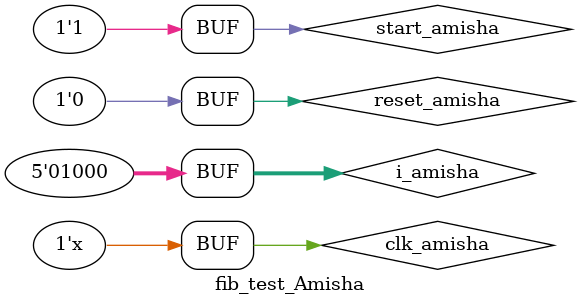
<source format=v>
`timescale 1ns / 1ps


module fib_test_Amisha;
	// Inputs
	reg clk_amisha;
	reg reset_amisha;
	reg start_amisha;
	reg [4:0] i_amisha;
	// Outputs
	wire ready_amisha;
	wire done_tick_amisha;
	wire [19:0] f_amisha;
	// Instantiate the Unit Under Test (UUT)
	fib_Amisha uut (
		.clk_amisha(clk_amisha), 
		.reset_amisha(reset_amisha), 
		.start_amisha(start_amisha), 
		.i_amisha(i_amisha), 
		.ready_amisha(ready_amisha), 
		.done_tick_amisha(done_tick_amisha), 
		.f_amisha(f_amisha)
	);
	initial begin
		clk_amisha = 0;
		reset_amisha = 1;
		start_amisha = 0;
		i_amisha = 0;
		#100;
		reset_amisha = 0;
		start_amisha = 1;
		i_amisha = 8;
		#100;
	end
always #50 clk_amisha = ~clk_amisha;
endmodule


</source>
